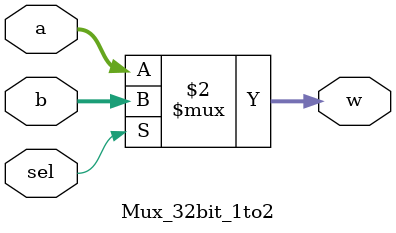
<source format=v>
`timescale 1ps/1ps
module Mux_32bit_1to2(input [31:0]a,b,input sel,output [31:0]w);
	assign w=(~sel)?a:b;
endmodule
</source>
